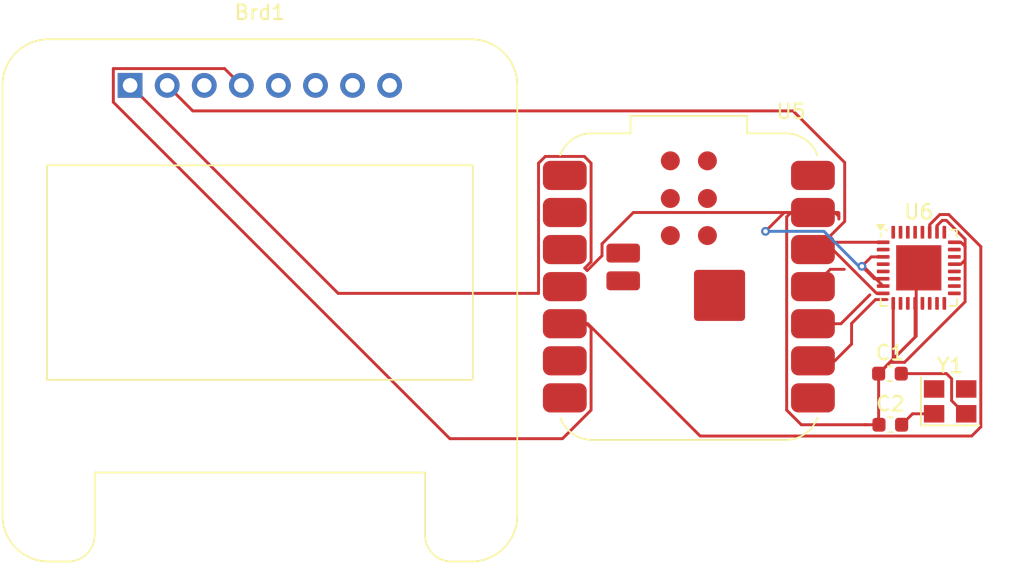
<source format=kicad_pcb>
(kicad_pcb (version 20240108) (generator "pcbnew") (generator_version "8.0")
  (layers (0 "F.Cu" signal) (31 "B.Cu" signal) (34 "B.Paste" user) (35 "F.Paste" user) (36 "B.SilkS" user "B.Silkscreen") (37 "F.SilkS" user "F.Silkscreen") (38 "B.Mask" user) (39 "F.Mask" user) (44 "Edge.Cuts" user))
  (net 0 "")
  (net 1 "Net-(Brd1-SCL)")
  (net 2 "Net-(Brd1-SDA)")
  (net 3 "GND")
  (net 4 "Net-(Brd1-VCC)")
  (net 5 "Net-(U6-XTO)")
  (net 6 "Net-(U6-XTI)")
  (net 7 "Net-(U5-GPIO8{slash}D8{slash}SCK)")
  (net 9 "Net-(U5-GPIO10{slash}D10{slash}MOSI)")
  (net 10 "Net-(U5-GPIO5{slash}A3{slash}D3)")
  (net 12 "+3.3VP")
  (net 13 "Net-(U5-GPIO9{slash}D9{slash}MISO)")
  (net 15 "Net-(U5-GPIO4{slash}A2{slash}D2)")
  (footprint "Capacitor_SMD:C_0603_1608Metric" (layer "F.Cu") (at 158.275 86.75)
    (property "Reference" "C1" (at 0 -1.43 0) (layer "F.SilkS"))
    (property "Value" "15pF")
    (fp_line (start -0.14058 -0.51) (end 0.14058 -0.51) (stroke (width 0.12)) (layer "F.SilkS"))
    (fp_line (start -0.14058 0.51) (end 0.14058 0.51) (stroke (width 0.12)) (layer "F.SilkS"))
    (pad "1" smd roundrect (at -0.775 0) (size 0.9 0.95) (layers "F.Cu" "F.Paste" "F.Mask") (net 3 "GND"))
    (pad "2" smd roundrect (at 0.775 0) (size 0.9 0.95) (layers "F.Cu" "F.Paste" "F.Mask") (net 5 "Net-(U6-XTO)"))
  )
  (footprint "Display:Adafruit_SSD1306" (layer "F.Cu") (at 106.22 67)
    (property "Reference" "Brd1" (at 8.89 -5 0) (layer "F.SilkS"))
    (property "Value" "SSD1306")
    (fp_line (start -8.746 0) (end -8.746 29.464) (stroke (width 0.12)) (layer "F.SilkS"))
    (fp_line (start -5.698 5.478) (end -5.698 20.176) (stroke (width 0.12)) (layer "F.SilkS"))
    (fp_line (start -5.698 5.478) (end 23.478 5.478) (stroke (width 0.12)) (layer "F.SilkS"))
    (fp_line (start -5.698 20.176) (end 23.478 20.176) (stroke (width 0.12)) (layer "F.SilkS"))
    (fp_line (start -4.238 32.622) (end -5.59 32.622) (stroke (width 0.12)) (layer "F.SilkS"))
    (fp_line (start -2.43 26.526) (end -2.43 30.814) (stroke (width 0.12)) (layer "F.SilkS"))
    (fp_line (start -2.43 26.526) (end 20.21 26.526) (stroke (width 0.12)) (layer "F.SilkS"))
    (fp_line (start 20.21 26.526) (end 20.21 30.814) (stroke (width 0.12)) (layer "F.SilkS"))
    (fp_line (start 22.018 32.622) (end 23.37 32.622) (stroke (width 0.12)) (layer "F.SilkS"))
    (fp_line (start 23.368 -3.158) (end -5.588 -3.158) (stroke (width 0.12)) (layer "F.SilkS"))
    (fp_line (start 23.478 5.478) (end 23.478 20.176) (stroke (width 0.12)) (layer "F.SilkS"))
    (fp_line (start 26.526 0) (end 26.526 29.464) (stroke (width 0.12)) (layer "F.SilkS"))
    (fp_arc (start -8.746 0) (mid -7.821043 -2.233043) (end -5.588 -3.158) (stroke (width 0.12)) (layer "F.SilkS"))
    (fp_arc (start -5.588 32.622) (mid -7.821043 31.697043) (end -8.746 29.464) (stroke (width 0.12)) (layer "F.SilkS"))
    (fp_arc (start -2.43 30.812) (mid -2.958137 32.091035) (end -4.236 32.622) (stroke (width 0.12)) (layer "F.SilkS"))
    (fp_arc (start 22.016 32.622) (mid 20.738137 32.091035) (end 20.21 30.812) (stroke (width 0.12)) (layer "F.SilkS"))
    (fp_arc (start 23.368 -3.158) (mid 25.601043 -2.233043) (end 26.526 0) (stroke (width 0.12)) (layer "F.SilkS"))
    (fp_arc (start 26.526 29.464) (mid 25.601043 31.697043) (end 23.368 32.622) (stroke (width 0.12)) (layer "F.SilkS"))
    (pad "" np_thru_hole circle (at -5.588 0) (size 2.7 2.7) (drill 2.7) (layers "*.Cu" "*.Mask"))
    (pad "" np_thru_hole circle (at -5.588 29.464) (size 2.7 2.7) (drill 2.7) (layers "*.Cu" "*.Mask"))
    (pad "" np_thru_hole circle (at 23.368 0) (size 2.7 2.7) (drill 2.7) (layers "*.Cu" "*.Mask"))
    (pad "" np_thru_hole circle (at 23.368 29.464) (size 2.7 2.7) (drill 2.7) (layers "*.Cu" "*.Mask"))
    (pad "1" thru_hole rect (at 0 0) (size 1.7 1.7) (drill 1) (layers "*.Cu" "*.Mask") (net 3 "GND"))
    (pad "2" thru_hole circle (at 2.54 0) (size 1.7 1.7) (drill 1) (layers "*.Cu" "*.Mask") (net 4 "Net-(Brd1-VCC)"))
    (pad "3" thru_hole circle (at 5.08 0) (size 1.7 1.7) (drill 1) (layers "*.Cu" "*.Mask") (net 1 "Net-(Brd1-SCL)"))
    (pad "4" thru_hole circle (at 7.62 0) (size 1.7 1.7) (drill 1) (layers "*.Cu" "*.Mask") (net 2 "Net-(Brd1-SDA)"))
    (pad "5" thru_hole circle (at 10.16 0) (size 1.7 1.7) (drill 1) (layers "*.Cu" "*.Mask"))
    (pad "6" thru_hole circle (at 12.7 0) (size 1.7 1.7) (drill 1) (layers "*.Cu" "*.Mask"))
    (pad "7" thru_hole circle (at 15.24 0) (size 1.7 1.7) (drill 1) (layers "*.Cu" "*.Mask"))
    (pad "8" thru_hole circle (at 17.78 0) (size 1.7 1.7) (drill 1) (layers "*.Cu" "*.Mask"))
  )
  (footprint "Crystal:Crystal_SMD_3225-4Pin_3.2x2.5mm" (layer "F.Cu") (at 162.4 88.65)
    (property "Reference" "Y1" (at 0 -2.45 0) (layer "F.SilkS"))
    (property "Value" "Crystal")
    (fp_line (start -2 -1.65) (end -2 1.65) (stroke (width 0.12)) (layer "F.SilkS"))
    (fp_line (start -2 1.65) (end 2 1.65) (stroke (width 0.12)) (layer "F.SilkS"))
    (pad "1" smd rect (at -1.1 0.85) (size 1.4 1.2) (layers "F.Cu" "F.Paste" "F.Mask") (net 6 "Net-(U6-XTI)"))
    (pad "2" smd rect (at 1.1 0.85) (size 1.4 1.2) (layers "F.Cu" "F.Paste" "F.Mask") (net 5 "Net-(U6-XTO)"))
    (pad "3" smd rect (at 1.1 -0.85) (size 1.4 1.2) (layers "F.Cu" "F.Paste" "F.Mask"))
    (pad "4" smd rect (at -1.1 -0.85) (size 1.4 1.2) (layers "F.Cu" "F.Paste" "F.Mask"))
  )
  (footprint "Capacitor_SMD:C_0603_1608Metric" (layer "F.Cu") (at 158.3 90.25)
    (property "Reference" "C2" (at 0 -1.43 0) (layer "F.SilkS"))
    (property "Value" "15pF")
    (fp_line (start -0.14058 -0.51) (end 0.14058 -0.51) (stroke (width 0.12)) (layer "F.SilkS"))
    (fp_line (start -0.14058 0.51) (end 0.14058 0.51) (stroke (width 0.12)) (layer "F.SilkS"))
    (pad "1" smd roundrect (at -0.775 0) (size 0.9 0.95) (layers "F.Cu" "F.Paste" "F.Mask") (net 3 "GND"))
    (pad "2" smd roundrect (at 0.775 0) (size 0.9 0.95) (layers "F.Cu" "F.Paste" "F.Mask") (net 6 "Net-(U6-XTI)"))
  )
  (footprint "Package_DFN_QFN:QFN-32-1EP_5x5mm_P0.5mm_EP3.1x3.1mm" (layer "F.Cu") (at 160.25 79.5)
    (property "Reference" "U6" (at 0 -3.83 0) (layer "F.SilkS"))
    (property "Value" "ST25R3911B-AQFT")
    (fp_line (start -2.61 -2.135) (end -2.61 -2.37) (stroke (width 0.12)) (layer "F.SilkS"))
    (fp_line (start -2.61 2.61) (end -2.61 2.135) (stroke (width 0.12)) (layer "F.SilkS"))
    (fp_line (start -2.135 -2.61) (end -2.31 -2.61) (stroke (width 0.12)) (layer "F.SilkS"))
    (fp_line (start -2.135 2.61) (end -2.61 2.61) (stroke (width 0.12)) (layer "F.SilkS"))
    (fp_line (start 2.135 -2.61) (end 2.61 -2.61) (stroke (width 0.12)) (layer "F.SilkS"))
    (fp_line (start 2.135 2.61) (end 2.61 2.61) (stroke (width 0.12)) (layer "F.SilkS"))
    (fp_line (start 2.61 -2.61) (end 2.61 -2.135) (stroke (width 0.12)) (layer "F.SilkS"))
    (fp_line (start 2.61 2.61) (end 2.61 2.135) (stroke (width 0.12)) (layer "F.SilkS"))
    (fp_poly (pts (xy -2.61 -2.61) (xy -2.85 -2.94) (xy -2.37 -2.94) (xy -2.61 -2.61)) (stroke (width 0.12)) (fill solid) (layer "F.SilkS"))
    (pad "1" smd roundrect (at -2.4375 -1.75) (size 0.875 0.25) (layers "F.Cu" "F.Paste" "F.Mask") (net 4 "Net-(Brd1-VCC)"))
    (pad "2" smd roundrect (at -2.4375 -1.25) (size 0.875 0.25) (layers "F.Cu" "F.Paste" "F.Mask"))
    (pad "3" smd roundrect (at -2.4375 -0.75) (size 0.875 0.25) (layers "F.Cu" "F.Paste" "F.Mask") (net 3 "GND"))
    (pad "4" smd roundrect (at -2.4375 -0.25) (size 0.875 0.25) (layers "F.Cu" "F.Paste" "F.Mask") (net 5 "Net-(U6-XTO)"))
    (pad "5" smd roundrect (at -2.4375 0.25) (size 0.875 0.25) (layers "F.Cu" "F.Paste" "F.Mask") (net 6 "Net-(U6-XTI)"))
    (pad "6" smd roundrect (at -2.4375 0.75) (size 0.875 0.25) (layers "F.Cu" "F.Paste" "F.Mask") (net 3 "GND"))
    (pad "7" smd roundrect (at -2.4375 1.25) (size 0.875 0.25) (layers "F.Cu" "F.Paste" "F.Mask") (net 3 "GND"))
    (pad "8" smd roundrect (at -2.4375 1.75) (size 0.875 0.25) (layers "F.Cu" "F.Paste" "F.Mask") (net 4 "Net-(Brd1-VCC)"))
    (pad "9" smd roundrect (at -1.75 2.4375) (size 0.25 0.875) (layers "F.Cu" "F.Paste" "F.Mask") (net 3 "GND"))
    (pad "10" smd roundrect (at -1.25 2.4375) (size 0.25 0.875) (layers "F.Cu" "F.Paste" "F.Mask"))
    (pad "11" smd roundrect (at -0.75 2.4375) (size 0.25 0.875) (layers "F.Cu" "F.Paste" "F.Mask"))
    (pad "12" smd roundrect (at -0.25 2.4375) (size 0.25 0.875) (layers "F.Cu" "F.Paste" "F.Mask") (net 3 "GND"))
    (pad "13" smd roundrect (at 0.25 2.4375) (size 0.25 0.875) (layers "F.Cu" "F.Paste" "F.Mask"))
    (pad "14" smd roundrect (at 0.75 2.4375) (size 0.25 0.875) (layers "F.Cu" "F.Paste" "F.Mask"))
    (pad "15" smd roundrect (at 1.25 2.4375) (size 0.25 0.875) (layers "F.Cu" "F.Paste" "F.Mask"))
    (pad "16" smd roundrect (at 1.75 2.4375) (size 0.25 0.875) (layers "F.Cu" "F.Paste" "F.Mask"))
    (pad "17" smd roundrect (at 2.4375 1.75) (size 0.875 0.25) (layers "F.Cu" "F.Paste" "F.Mask"))
    (pad "18" smd roundrect (at 2.4375 1.25) (size 0.875 0.25) (layers "F.Cu" "F.Paste" "F.Mask"))
    (pad "19" smd roundrect (at 2.4375 0.75) (size 0.875 0.25) (layers "F.Cu" "F.Paste" "F.Mask"))
    (pad "20" smd roundrect (at 2.4375 0.25) (size 0.875 0.25) (layers "F.Cu" "F.Paste" "F.Mask"))
    (pad "21" smd roundrect (at 2.4375 -0.25) (size 0.875 0.25) (layers "F.Cu" "F.Paste" "F.Mask") (net 3 "GND"))
    (pad "22" smd roundrect (at 2.4375 -0.75) (size 0.875 0.25) (layers "F.Cu" "F.Paste" "F.Mask"))
    (pad "23" smd roundrect (at 2.4375 -1.25) (size 0.875 0.25) (layers "F.Cu" "F.Paste" "F.Mask"))
    (pad "24" smd roundrect (at 2.4375 -1.75) (size 0.875 0.25) (layers "F.Cu" "F.Paste" "F.Mask") (net 3 "GND"))
    (pad "25" smd roundrect (at 1.75 -2.4375) (size 0.25 0.875) (layers "F.Cu" "F.Paste" "F.Mask"))
    (pad "26" smd roundrect (at 1.25 -2.4375) (size 0.25 0.875) (layers "F.Cu" "F.Paste" "F.Mask") (net 3 "GND"))
    (pad "27" smd roundrect (at 0.75 -2.4375) (size 0.25 0.875) (layers "F.Cu" "F.Paste" "F.Mask") (net 2 "Net-(Brd1-SDA)"))
    (pad "28" smd roundrect (at 0.25 -2.4375) (size 0.25 0.875) (layers "F.Cu" "F.Paste" "F.Mask") (net 15 "Net-(U5-GPIO4{slash}A2{slash}D2)"))
    (pad "29" smd roundrect (at -0.25 -2.4375) (size 0.25 0.875) (layers "F.Cu" "F.Paste" "F.Mask") (net 13 "Net-(U5-GPIO9{slash}D9{slash}MISO)"))
    (pad "30" smd roundrect (at -0.75 -2.4375) (size 0.25 0.875) (layers "F.Cu" "F.Paste" "F.Mask") (net 9 "Net-(U5-GPIO10{slash}D10{slash}MOSI)"))
    (pad "31" smd roundrect (at -1.25 -2.4375) (size 0.25 0.875) (layers "F.Cu" "F.Paste" "F.Mask") (net 7 "Net-(U5-GPIO8{slash}D8{slash}SCK)"))
    (pad "32" smd roundrect (at -1.75 -2.4375) (size 0.25 0.875) (layers "F.Cu" "F.Paste" "F.Mask") (net 10 "Net-(U5-GPIO5{slash}A3{slash}D3)"))
    (pad "33" smd rect (at 0 0) (size 3.1 3.1) (property pad_prop_heatsink) (layers "F.Cu" "F.Mask") (net 3 "GND"))
  )
  (footprint "RF_Module:MCU_Seeed_ESP32C3" (layer "F.Cu") (at 144.5 80.79)
    (property "Reference" "U5" (at 7 -12 0) (layer "F.SilkS"))
    (property "Value" "XIAO-ESP32-C3-DIP")
    (fp_line (start -6.7 10.5) (end 6.7 10.5) (stroke (width 0.12)) (layer "F.SilkS"))
    (fp_line (start -4 -11.7) (end 4 -11.7) (stroke (width 0.12)) (layer "F.SilkS"))
    (fp_line (start -4 -10.5) (end -6.6 -10.5) (stroke (width 0.12)) (layer "F.SilkS"))
    (fp_line (start -4 -10.5) (end -4 -11.7) (stroke (width 0.12)) (layer "F.SilkS"))
    (fp_line (start 4 -11.7) (end 4 -10.5) (stroke (width 0.12)) (layer "F.SilkS"))
    (fp_line (start 6.6 -10.5) (end 4 -10.5) (stroke (width 0.12)) (layer "F.SilkS"))
    (fp_arc (start -8.812892 -9.00468) (mid -7.949609 -10.111769) (end -6.600468 -10.499999) (stroke (width 0.12)) (layer "F.SilkS"))
    (fp_arc (start -6.7 10.5) (mid -7.977232 10.068125) (end -8.8 9) (stroke (width 0.12)) (layer "F.SilkS"))
    (fp_arc (start 6.6 -10.499999) (mid 7.944325 -10.107115) (end 8.804034 -9.001464) (stroke (width 0.12)) (layer "F.SilkS"))
    (fp_arc (start 8.8 9) (mid 7.977233 10.068126) (end 6.7 10.5) (stroke (width 0.12)) (layer "F.SilkS"))
    (pad "1" smd roundrect (at -8.5 -7.62) (size 3 2) (layers "F.Cu" "F.Paste" "F.Mask"))
    (pad "2" smd roundrect (at -8.5 -5.08) (size 3 2) (layers "F.Cu" "F.Paste" "F.Mask"))
    (pad "3" smd roundrect (at -8.5 -2.54) (size 3 2) (layers "F.Cu" "F.Paste" "F.Mask") (net 15 "Net-(U5-GPIO4{slash}A2{slash}D2)"))
    (pad "4" smd roundrect (at -8.5 0) (size 3 2) (layers "F.Cu" "F.Paste" "F.Mask") (net 10 "Net-(U5-GPIO5{slash}A3{slash}D3)"))
    (pad "5" smd roundrect (at -8.5 2.54) (size 3 2) (layers "F.Cu" "F.Paste" "F.Mask") (net 2 "Net-(Brd1-SDA)"))
    (pad "6" smd roundrect (at -8.5 5.08) (size 3 2) (layers "F.Cu" "F.Paste" "F.Mask") (net 1 "Net-(Brd1-SCL)"))
    (pad "7" smd roundrect (at -8.5 7.62) (size 3 2) (layers "F.Cu" "F.Paste" "F.Mask"))
    (pad "8" smd roundrect (at 8.5 7.62) (size 3 2) (layers "F.Cu" "F.Paste" "F.Mask"))
    (pad "9" smd roundrect (at 8.5 5.08) (size 3 2) (layers "F.Cu" "F.Paste" "F.Mask") (net 7 "Net-(U5-GPIO8{slash}D8{slash}SCK)"))
    (pad "10" smd roundrect (at 8.5 2.54) (size 3 2) (layers "F.Cu" "F.Paste" "F.Mask") (net 13 "Net-(U5-GPIO9{slash}D9{slash}MISO)"))
    (pad "11" smd roundrect (at 8.5 0) (size 3 2) (layers "F.Cu" "F.Paste" "F.Mask") (net 9 "Net-(U5-GPIO10{slash}D10{slash}MOSI)"))
    (pad "12" smd roundrect (at 8.5 -2.54) (size 3 2) (layers "F.Cu" "F.Paste" "F.Mask") (net 4 "Net-(Brd1-VCC)"))
    (pad "13" smd roundrect (at 8.5 -5.08) (size 3 2) (layers "F.Cu" "F.Paste" "F.Mask") (net 3 "GND"))
    (pad "14" smd roundrect (at 8.5 -7.62) (size 3 2) (layers "F.Cu" "F.Paste" "F.Mask") (net 12 "+3.3VP"))
    (pad "15" smd roundrect (at 2.1 0.6) (size 3.5 3.5) (property pad_prop_heatsink) (layers "F.Cu" "F.Mask") (roundrect_rratio 0.07142857143))
    (pad "16" smd roundrect (at -4.5 -0.4) (size 2.3 1.3) (layers "F.Cu" "F.Paste" "F.Mask") (roundrect_rratio 0.1923076923))
    (pad "17" smd roundrect (at -4.5 -2.3) (size 2.3 1.3) (layers "F.Cu" "F.Paste" "F.Mask") (roundrect_rratio 0.1923076923))
    (pad "18" smd circle (at -1.27 -8.62) (size 1.3 1.3) (layers "F.Cu" "F.Paste" "F.Mask"))
    (pad "19" smd circle (at -1.27 -6.04) (size 1.3 1.3) (layers "F.Cu" "F.Paste" "F.Mask"))
    (pad "20" smd circle (at -1.27 -3.5) (size 1.3 1.3) (layers "F.Cu" "F.Paste" "F.Mask"))
    (pad "21" smd circle (at 1.27 -3.5) (size 1.3 1.3) (layers "F.Cu" "F.Paste" "F.Mask"))
    (pad "22" smd circle (at 1.27 -6.04) (size 1.3 1.3) (layers "F.Cu" "F.Paste" "F.Mask"))
    (pad "23" smd circle (at 1.27 -8.62) (size 1.3 1.3) (layers "F.Cu" "F.Paste" "F.Mask"))
  )
  (segment (start 112.69 65.85) (end 113.84 67) (width 0.2) (layer "F.Cu") (net 2))
  (segment (start 135.843642 91.205) (end 137.8 89.248642) (width 0.2) (layer "F.Cu") (net 2))
  (segment (start 163.875 91.025) (end 145.275 91.025) (width 0.2) (layer "F.Cu") (net 2))
  (segment (start 105.07 68.15) (end 105.07 65.85) (width 0.2) (layer "F.Cu") (net 2))
  (segment (start 105.07 65.85) (end 112.69 65.85) (width 0.2) (layer "F.Cu") (net 2))
  (segment (start 161 76.544928) (end 161.694928 75.85) (width 0.2) (layer "F.Cu") (net 2))
  (segment (start 137.58 83.33) (end 136 83.33) (width 0.2) (layer "F.Cu") (net 2))
  (segment (start 145.275 91.025) (end 137.58 83.33) (width 0.2) (layer "F.Cu") (net 2))
  (segment (start 161.694928 75.85) (end 162.305072 75.85) (width 0.2) (layer "F.Cu") (net 2))
  (segment (start 137.8 83.63) (end 137.5 83.33) (width 0.2) (layer "F.Cu") (net 2))
  (segment (start 161 77.0625) (end 161 76.544928) (width 0.2) (layer "F.Cu") (net 2))
  (segment (start 137.5 83.33) (end 136 83.33) (width 0.2) (layer "F.Cu") (net 2))
  (segment (start 164.5 90.4) (end 163.875 91.025) (width 0.2) (layer "F.Cu") (net 2))
  (segment (start 128.125 91.205) (end 105.07 68.15) (width 0.2) (layer "F.Cu") (net 2))
  (segment (start 162.305072 75.85) (end 164.5 78.044928) (width 0.2) (layer "F.Cu") (net 2))
  (segment (start 128.125 91.205) (end 135.843642 91.205) (width 0.2) (layer "F.Cu") (net 2))
  (segment (start 164.5 78.044928) (end 164.5 90.4) (width 0.2) (layer "F.Cu") (net 2))
  (segment (start 137.8 89.248642) (end 137.8 83.63) (width 0.2) (layer "F.Cu") (net 2))
  (segment (start 156.5 90.25) (end 157.525 90.25) (width 0.2) (layer "F.Cu") (net 3))
  (segment (start 163.425 77.535614) (end 163.425 78.075) (width 0.2) (layer "F.Cu") (net 3))
  (segment (start 163.425 78.964386) (end 163.425 78.075) (width 0.2) (layer "F.Cu") (net 3))
  (segment (start 161.5 77.0625) (end 161.5 76.610614) (width 0.2) (layer "F.Cu") (net 3))
  (segment (start 137.8 72.331358) (end 137.8 79.088642) (width 0.2) (layer "F.Cu") (net 3))
  (segment (start 160.075 79.675) (end 160.075 84.175) (width 0.2) (layer "F.Cu") (net 3))
  (segment (start 157.209144 80.25) (end 157.8125 80.25) (width 0.2) (layer "F.Cu") (net 3))
  (segment (start 151.5 75.71) (end 151.2 76.01) (width 0.2) (layer "F.Cu") (net 3))
  (segment (start 157 78.75) (end 157.8125 78.75) (width 0.2) (layer "F.Cu") (net 3))
  (segment (start 156.354572 79.395428) (end 157 78.75) (width 0.2) (layer "F.Cu") (net 3))
  (segment (start 134.661358 71.87) (end 137.338642 71.87) (width 0.2) (layer "F.Cu") (net 3))
  (segment (start 137.53257 79.683927) (end 138.55 78.666497) (width 0.2) (layer "F.Cu") (net 3))
  (segment (start 158.275 85.975) (end 158 86.25) (width 0.2) (layer "F.Cu") (net 3))
  (segment (start 163.389386 79) (end 163.425 78.964386) (width 0.2) (layer "F.Cu") (net 3))
  (segment (start 151.2 89.248642) (end 152.201358 90.25) (width 0.2) (layer "F.Cu") (net 3))
  (segment (start 158 86.25) (end 160 84.25) (width 0.2) (layer "F.Cu") (net 3))
  (segment (start 156.354572 79.395428) (end 157.209144 80.25) (width 0.2) (layer "F.Cu") (net 3))
  (segment (start 163.139386 77.75) (end 162.6875 77.75) (width 0.2) (layer "F.Cu") (net 3))
  (segment (start 154.775 75.75) (end 154.735 75.71) (width 0.2) (layer "F.Cu") (net 3))
  (segment (start 157.5 90.225) (end 157.525 90.25) (width 0.2) (layer "F.Cu") (net 3))
  (segment (start 163.139386 79.25) (end 163.389386 79) (width 0.2) (layer "F.Cu") (net 3))
  (segment (start 138.55 77.855256) (end 140.695256 75.71) (width 0.2) (layer "F.Cu") (net 3))
  (segment (start 120.47 81.25) (end 134.2 81.25) (width 0.2) (layer "F.Cu") (net 3))
  (segment (start 159.275 85.975) (end 158.275 85.975) (width 0.2) (layer "F.Cu") (net 3))
  (segment (start 156.354572 79.395428) (end 156.457928 79.395428) (width 0.2) (layer "F.Cu") (net 3))
  (segment (start 153 75.71) (end 154.5 75.71) (width 0.2) (layer "F.Cu") (net 3))
  (segment (start 161.860614 76.25) (end 162.139386 76.25) (width 0.2) (layer "F.Cu") (net 3))
  (segment (start 138.55 78.666497) (end 138.55 77.855256) (width 0.2) (layer "F.Cu") (net 3))
  (segment (start 134.2 81.25) (end 134.2 72.331358) (width 0.2) (layer "F.Cu") (net 3))
  (segment (start 158.5 85.75) (end 157.5 86.75) (width 0.2) (layer "F.Cu") (net 3))
  (segment (start 163.389386 79) (end 163.425 79.035614) (width 0.2) (layer "F.Cu") (net 3))
  (segment (start 163.425 81.825) (end 159.275 85.975) (width 0.2) (layer "F.Cu") (net 3))
  (segment (start 137.338642 71.87) (end 137.8 72.331358) (width 0.2) (layer "F.Cu") (net 3))
  (segment (start 154.5 75.71) (end 154.775 75.985) (width 0.2) (layer "F.Cu") (net 3))
  (segment (start 151.2 76.01) (end 151.2 89.248642) (width 0.2) (layer "F.Cu") (net 3))
  (segment (start 162.139386 76.25) (end 163.425 77.535614) (width 0.2) (layer "F.Cu") (net 3))
  (segment (start 153 75.71) (end 151.04 75.71) (width 0.2) (layer "F.Cu") (net 3))
  (segment (start 160 84.25) (end 160 81.9375) (width 0.2) (layer "F.Cu") (net 3))
  (segment (start 157.5 86.75) (end 158 86.25) (width 0.2) (layer "F.Cu") (net 3))
  (segment (start 151.04 75.71) (end 149.75 77) (width 0.2) (layer "F.Cu") (net 3))
  (segment (start 158.5 81.9375) (end 158.5 85.75) (width 0.2) (layer "F.Cu") (net 3))
  (segment (start 134.2 72.331358) (end 134.661358 71.87) (width 0.2) (layer "F.Cu") (net 3))
  (segment (start 161.5 76.610614) (end 161.860614 76.25) (width 0.2) (layer "F.Cu") (net 3))
  (segment (start 137.8 79.088642) (end 137.368642 79.52) (width 0.2) (layer "F.Cu") (net 3))
  (segment (start 154.775 75.985) (end 154.775 75.75) (width 0.2) (layer "F.Cu") (net 3))
  (segment (start 151.5 75.71) (end 153 75.71) (width 0.2) (layer "F.Cu") (net 3))
  (segment (start 154.735 75.71) (end 153 75.71) (width 0.2) (layer "F.Cu") (net 3))
  (segment (start 163.425 78.035614) (end 163.139386 77.75) (width 0.2) (layer "F.Cu") (net 3))
  (segment (start 160.25 79.5) (end 160.075 79.675) (width 0.2) (layer "F.Cu") (net 3))
  (segment (start 160.075 84.175) (end 157.5 86.75) (width 0.2) (layer "F.Cu") (net 3))
  (segment (start 152.201358 90.25) (end 156.75 90.25) (width 0.2) (layer "F.Cu") (net 3))
  (segment (start 137.368642 79.52) (end 137.53257 79.683927) (width 0.2) (layer "F.Cu") (net 3))
  (segment (start 156.457928 79.395428) (end 157.8125 80.75) (width 0.2) (layer "F.Cu") (net 3))
  (segment (start 163.425 79.035614) (end 163.425 81.825) (width 0.2) (layer "F.Cu") (net 3))
  (segment (start 106.22 67) (end 120.47 81.25) (width 0.2) (layer "F.Cu") (net 3))
  (segment (start 140.695256 75.71) (end 151.5 75.71) (width 0.2) (layer "F.Cu") (net 3))
  (segment (start 163.425 78.075) (end 163.425 78.035614) (width 0.2) (layer "F.Cu") (net 3))
  (segment (start 154.775 75.985) (end 154.775 76.159314) (width 0.2) (layer "F.Cu") (net 3))
  (segment (start 157.5 86.75) (end 157.5 90.225) (width 0.2) (layer "F.Cu") (net 3))
  (segment (start 162.6875 79.25) (end 163.139386 79.25) (width 0.2) (layer "F.Cu") (net 3))
  (via (at 149.75 77) (size 0.6) (drill 0.3) (layers "F.Cu" "B.Cu") (net 3))
  (via (at 156.354572 79.395428) (size 0.6) (drill 0.3) (layers "F.Cu" "B.Cu") (net 3))
  (segment (start 153.75 77) (end 156.25 79.5) (width 0.2) (layer "B.Cu") (net 3))
  (segment (start 149.75 77) (end 153.75 77) (width 0.2) (layer "B.Cu") (net 3))
  (segment (start 156.25 79.5) (end 156.354572 79.395428) (width 0.2) (layer "B.Cu") (net 3))
  (segment (start 153 78.25) (end 153.5 77.75) (width 0.2) (layer "F.Cu") (net 4))
  (segment (start 155.175 72.285614) (end 151.639386 68.75) (width 0.2) (layer "F.Cu") (net 4))
  (segment (start 153.5 77.75) (end 157.8125 77.75) (width 0.2) (layer "F.Cu") (net 4))
  (segment (start 157.360614 81.25) (end 154.360614 78.25) (width 0.2) (layer "F.Cu") (net 4))
  (segment (start 153.25 78.25) (end 155.175 76.325) (width 0.2) (layer "F.Cu") (net 4))
  (segment (start 110.51 68.75) (end 108.76 67) (width 0.2) (layer "F.Cu") (net 4))
  (segment (start 151.639386 68.75) (end 110.51 68.75) (width 0.2) (layer "F.Cu") (net 4))
  (segment (start 154.360614 78.25) (end 153 78.25) (width 0.2) (layer "F.Cu") (net 4))
  (segment (start 155.175 76.325) (end 155.175 72.285614) (width 0.2) (layer "F.Cu") (net 4))
  (segment (start 153 78.25) (end 153.25 78.25) (width 0.2) (layer "F.Cu") (net 4))
  (segment (start 157.8125 81.25) (end 157.360614 81.25) (width 0.2) (layer "F.Cu") (net 4))
  (segment (start 163.4 89.5) (end 162.5 88.6) (width 0.2) (layer "F.Cu") (net 5))
  (segment (start 162.15 86.75) (end 159.05 86.75) (width 0.2) (layer "F.Cu") (net 5))
  (segment (start 163.5 89.5) (end 163.4 89.5) (width 0.2) (layer "F.Cu") (net 5))
  (segment (start 162.5 87.1) (end 162.15 86.75) (width 0.2) (layer "F.Cu") (net 5))
  (segment (start 162.5 88.6) (end 162.5 87.1) (width 0.2) (layer "F.Cu") (net 5))
  (segment (start 161.3 89.5) (end 159.825 89.5) (width 0.2) (layer "F.Cu") (net 6))
  (segment (start 159.825 89.5) (end 159.075 90.25) (width 0.2) (layer "F.Cu") (net 6))
  (segment (start 154.5 85.87) (end 155.647464 84.722536) (width 0.2) (layer "F.Cu") (net 7))
  (segment (start 157.285614 81.675) (end 158.075 81.675) (width 0.2) (layer "F.Cu") (net 7))
  (segment (start 153 85.87) (end 154.5 85.87) (width 0.2) (layer "F.Cu") (net 7))
  (segment (start 155.647464 83.31315) (end 157.285614 81.675) (width 0.2) (layer "F.Cu") (net 7))
  (segment (start 155.647464 84.722536) (end 155.647464 83.31315) (width 0.2) (layer "F.Cu") (net 7))
  (segment (start 154.187464 79.602536) (end 155.147464 79.602536) (width 0.2) (layer "F.Cu") (net 9))
  (segment (start 153 80.79) (end 154.187464 79.602536) (width 0.2) (layer "F.Cu") (net 9))
  (segment (start 153 83.33) (end 154.92 83.33) (width 0.2) (layer "F.Cu") (net 13))
  (segment (start 154.92 83.33) (end 156.897464 81.352536) (width 0.2) (layer "F.Cu") (net 13))
)
</source>
